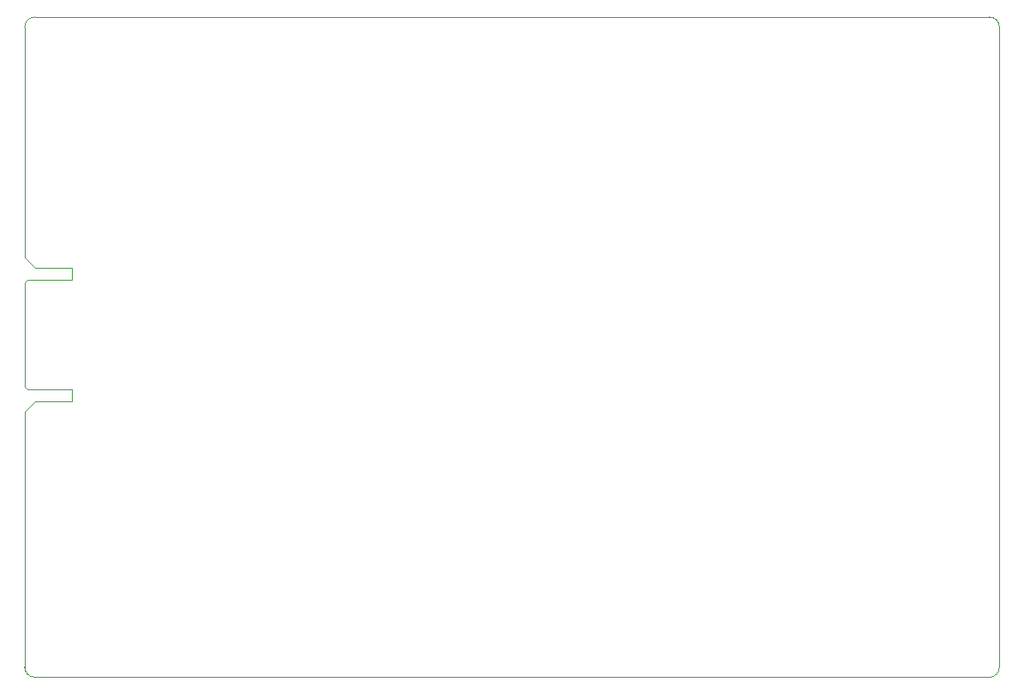
<source format=gm1>
G04 #@! TF.GenerationSoftware,KiCad,Pcbnew,9.0.4*
G04 #@! TF.CreationDate,2025-11-03T14:19:57-05:00*
G04 #@! TF.ProjectId,main_board_v1,6d61696e-5f62-46f6-9172-645f76312e6b,rev?*
G04 #@! TF.SameCoordinates,Original*
G04 #@! TF.FileFunction,Profile,NP*
%FSLAX46Y46*%
G04 Gerber Fmt 4.6, Leading zero omitted, Abs format (unit mm)*
G04 Created by KiCad (PCBNEW 9.0.4) date 2025-11-03 14:19:57*
%MOMM*%
%LPD*%
G01*
G04 APERTURE LIST*
G04 #@! TA.AperFunction,Profile*
%ADD10C,0.050000*%
G04 #@! TD*
G04 #@! TA.AperFunction,Profile*
%ADD11C,0.010000*%
G04 #@! TD*
G04 APERTURE END LIST*
D10*
X136900000Y-86000000D02*
X42500000Y-86000000D01*
X137900000Y-85000000D02*
X137899949Y-21679950D01*
X136900000Y-20679950D02*
G75*
G02*
X137900050Y-21679950I0J-1000050D01*
G01*
X41500000Y-44500118D02*
X41500000Y-21679950D01*
X137900000Y-85000000D02*
G75*
G02*
X136900000Y-86000000I-1000000J0D01*
G01*
X41500000Y-59700000D02*
X41500000Y-85000000D01*
X136900000Y-20679950D02*
X42500000Y-20679950D01*
X41500000Y-21679950D02*
G75*
G02*
X42500000Y-20679900I1000000J50D01*
G01*
X42500000Y-86000000D02*
G75*
G02*
X41500000Y-85000000I0J1000000D01*
G01*
D11*
X41500000Y-46900000D02*
X41750000Y-46650000D01*
X41500000Y-57300000D02*
X41500000Y-46900000D01*
X41500000Y-57300000D02*
X41750000Y-57550000D01*
X41750000Y-46650000D02*
X46200000Y-46650000D01*
X42500000Y-45500000D02*
X41500000Y-44500000D01*
X42500000Y-58700000D02*
X41500000Y-59700000D01*
X46200000Y-45500000D02*
X42500000Y-45500000D01*
X46200000Y-46650000D02*
X46200000Y-45500000D01*
X46200000Y-57550000D02*
X41750000Y-57550000D01*
X46200000Y-57550000D02*
X46200000Y-58700000D01*
X46200000Y-58700000D02*
X42500000Y-58700000D01*
M02*

</source>
